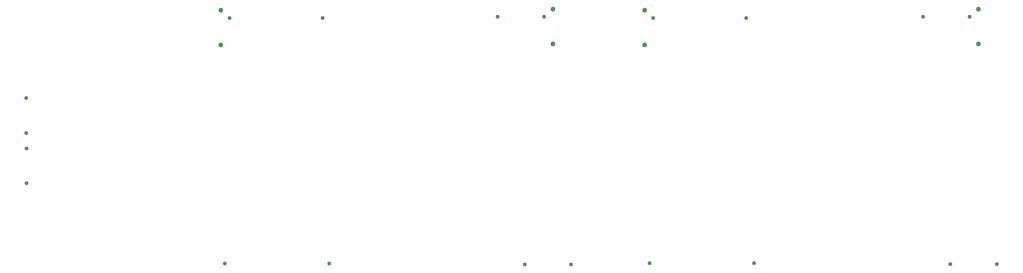
<source format=gbr>
%TF.GenerationSoftware,KiCad,Pcbnew,7.0.8*%
%TF.CreationDate,2024-01-12T20:03:45+01:00*%
%TF.ProjectId,BMS-Slave,424d532d-536c-4617-9665-2e6b69636164,rev?*%
%TF.SameCoordinates,Original*%
%TF.FileFunction,NonPlated,1,4,NPTH,Drill*%
%TF.FilePolarity,Positive*%
%FSLAX46Y46*%
G04 Gerber Fmt 4.6, Leading zero omitted, Abs format (unit mm)*
G04 Created by KiCad (PCBNEW 7.0.8) date 2024-01-12 20:03:45*
%MOMM*%
%LPD*%
G01*
G04 APERTURE LIST*
%TA.AperFunction,ComponentDrill*%
%ADD10C,1.020000*%
%TD*%
%TA.AperFunction,ComponentDrill*%
%ADD11C,1.270000*%
%TD*%
G04 APERTURE END LIST*
D10*
%TO.C,J2*%
X98195000Y-126000000D03*
X98195000Y-135000000D03*
%TO.C,J1*%
X98215000Y-139000000D03*
X98215000Y-148000000D03*
%TO.C,J8*%
X149500000Y-168750000D03*
%TO.C,J5*%
X150750000Y-105310000D03*
X174750000Y-105310000D03*
%TO.C,J8*%
X176500000Y-168750000D03*
%TO.C,J4*%
X220000000Y-105000000D03*
%TO.C,J6*%
X227000000Y-169000000D03*
%TO.C,J4*%
X232000000Y-105000000D03*
%TO.C,J6*%
X239000000Y-169000000D03*
%TO.C,J14*%
X259250000Y-168690000D03*
%TO.C,J11*%
X260250000Y-105310000D03*
X284250000Y-105310000D03*
%TO.C,J14*%
X286250000Y-168690000D03*
%TO.C,J10*%
X330000000Y-105000000D03*
%TO.C,J12*%
X337000000Y-168940000D03*
%TO.C,J10*%
X342000000Y-105000000D03*
%TO.C,J12*%
X349000000Y-168940000D03*
D11*
%TO.C,J7*%
X148460000Y-103250000D03*
X148460000Y-112250000D03*
%TO.C,J3*%
X234290000Y-103000000D03*
X234290000Y-112000000D03*
%TO.C,J13*%
X258000000Y-103250000D03*
X258000000Y-112250000D03*
%TO.C,J9*%
X344290000Y-103000000D03*
X344290000Y-112000000D03*
M02*

</source>
